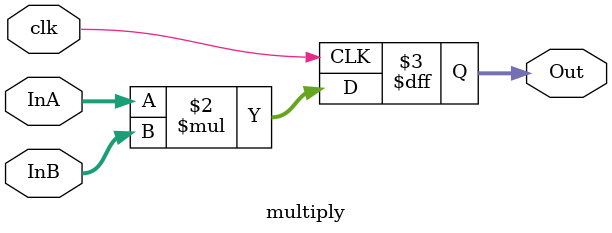
<source format=v>

module multiply(clk, InA, InB, Out);

	input [7:0] InA;
	input [7:0] InB;
	input clk;
	output reg [15:0] Out;
	
 always @(posedge clk)
	begin 
		Out <= InA * InB ;
	end

endmodule
</source>
